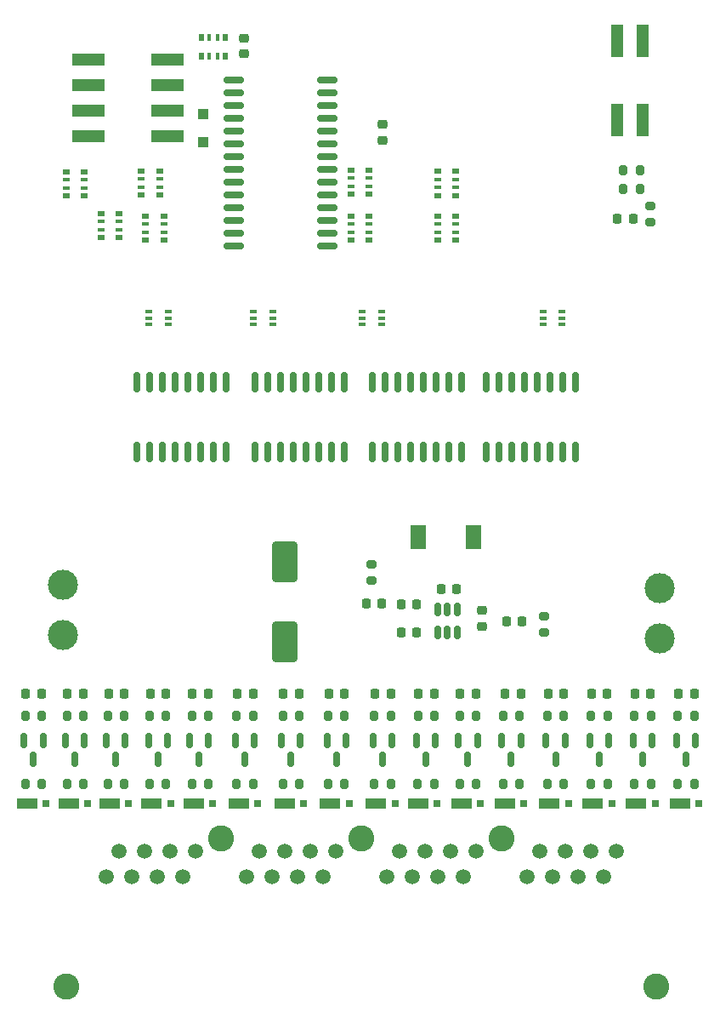
<source format=gbr>
%TF.GenerationSoftware,KiCad,Pcbnew,(6.0.9)*%
%TF.CreationDate,2023-11-05T17:37:45+05:30*%
%TF.ProjectId,Modular-I2C-4PxRJ45-Relay-Driver,4d6f6475-6c61-4722-9d49-32432d345078,2*%
%TF.SameCoordinates,Original*%
%TF.FileFunction,Paste,Top*%
%TF.FilePolarity,Positive*%
%FSLAX46Y46*%
G04 Gerber Fmt 4.6, Leading zero omitted, Abs format (unit mm)*
G04 Created by KiCad (PCBNEW (6.0.9)) date 2023-11-05 17:37:45*
%MOMM*%
%LPD*%
G01*
G04 APERTURE LIST*
G04 Aperture macros list*
%AMRoundRect*
0 Rectangle with rounded corners*
0 $1 Rounding radius*
0 $2 $3 $4 $5 $6 $7 $8 $9 X,Y pos of 4 corners*
0 Add a 4 corners polygon primitive as box body*
4,1,4,$2,$3,$4,$5,$6,$7,$8,$9,$2,$3,0*
0 Add four circle primitives for the rounded corners*
1,1,$1+$1,$2,$3*
1,1,$1+$1,$4,$5*
1,1,$1+$1,$6,$7*
1,1,$1+$1,$8,$9*
0 Add four rect primitives between the rounded corners*
20,1,$1+$1,$2,$3,$4,$5,0*
20,1,$1+$1,$4,$5,$6,$7,0*
20,1,$1+$1,$6,$7,$8,$9,0*
20,1,$1+$1,$8,$9,$2,$3,0*%
G04 Aperture macros list end*
%ADD10RoundRect,0.218750X0.218750X0.256250X-0.218750X0.256250X-0.218750X-0.256250X0.218750X-0.256250X0*%
%ADD11RoundRect,0.200000X-0.200000X-0.275000X0.200000X-0.275000X0.200000X0.275000X-0.200000X0.275000X0*%
%ADD12R,2.000000X1.100000*%
%ADD13R,0.800000X0.800000*%
%ADD14RoundRect,0.150000X-0.150000X0.837500X-0.150000X-0.837500X0.150000X-0.837500X0.150000X0.837500X0*%
%ADD15R,0.650000X0.400000*%
%ADD16RoundRect,0.150000X-0.150000X0.587500X-0.150000X-0.587500X0.150000X-0.587500X0.150000X0.587500X0*%
%ADD17C,3.000000*%
%ADD18R,0.800000X0.500000*%
%ADD19R,0.800000X0.400000*%
%ADD20RoundRect,0.200000X-0.275000X0.200000X-0.275000X-0.200000X0.275000X-0.200000X0.275000X0.200000X0*%
%ADD21RoundRect,0.218750X-0.218750X-0.256250X0.218750X-0.256250X0.218750X0.256250X-0.218750X0.256250X0*%
%ADD22RoundRect,0.225000X0.250000X-0.225000X0.250000X0.225000X-0.250000X0.225000X-0.250000X-0.225000X0*%
%ADD23R,0.500000X0.800000*%
%ADD24R,0.400000X0.800000*%
%ADD25RoundRect,0.225000X-0.250000X0.225000X-0.250000X-0.225000X0.250000X-0.225000X0.250000X0.225000X0*%
%ADD26RoundRect,0.200000X0.200000X0.275000X-0.200000X0.275000X-0.200000X-0.275000X0.200000X-0.275000X0*%
%ADD27RoundRect,0.150000X0.150000X-0.512500X0.150000X0.512500X-0.150000X0.512500X-0.150000X-0.512500X0*%
%ADD28RoundRect,0.225000X-0.225000X-0.250000X0.225000X-0.250000X0.225000X0.250000X-0.225000X0.250000X0*%
%ADD29R,1.500000X2.400000*%
%ADD30RoundRect,0.250000X1.000000X-1.750000X1.000000X1.750000X-1.000000X1.750000X-1.000000X-1.750000X0*%
%ADD31RoundRect,0.150000X0.875000X0.150000X-0.875000X0.150000X-0.875000X-0.150000X0.875000X-0.150000X0*%
%ADD32R,1.200000X3.300000*%
%ADD33R,3.300000X1.200000*%
%ADD34RoundRect,0.225000X0.225000X0.250000X-0.225000X0.250000X-0.225000X-0.250000X0.225000X-0.250000X0*%
%ADD35RoundRect,0.200000X0.275000X-0.200000X0.275000X0.200000X-0.275000X0.200000X-0.275000X-0.200000X0*%
%ADD36R,1.100000X1.100000*%
%ADD37C,1.500000*%
%ADD38C,2.600000*%
G04 APERTURE END LIST*
D10*
%TO.C,LED56*%
X118836500Y-68519000D03*
X117261500Y-68519000D03*
%TD*%
D11*
%TO.C,TH59*%
X130893000Y-77468400D03*
X132543000Y-77468400D03*
%TD*%
D12*
%TO.C,D57*%
X121982150Y-79441000D03*
D13*
X123882150Y-79441000D03*
%TD*%
D12*
%TO.C,D61*%
X139607000Y-79441000D03*
D13*
X141507000Y-79441000D03*
%TD*%
D14*
%TO.C,U5*%
X139639000Y-37497500D03*
X138369000Y-37497500D03*
X137099000Y-37497500D03*
X135829000Y-37497500D03*
X134559000Y-37497500D03*
X133289000Y-37497500D03*
X132019000Y-37497500D03*
X130749000Y-37497500D03*
X130749000Y-44422500D03*
X132019000Y-44422500D03*
X133289000Y-44422500D03*
X134559000Y-44422500D03*
X135829000Y-44422500D03*
X137099000Y-44422500D03*
X138369000Y-44422500D03*
X139639000Y-44422500D03*
%TD*%
D10*
%TO.C,LED66*%
X162767300Y-68519000D03*
X161192300Y-68519000D03*
%TD*%
D15*
%TO.C,D8*%
X108463000Y-30473800D03*
X108463000Y-31123800D03*
X108463000Y-31773800D03*
X110363000Y-31773800D03*
X110363000Y-31123800D03*
X110363000Y-30473800D03*
%TD*%
D14*
%TO.C,U4*%
X127955000Y-37497500D03*
X126685000Y-37497500D03*
X125415000Y-37497500D03*
X124145000Y-37497500D03*
X122875000Y-37497500D03*
X121605000Y-37497500D03*
X120335000Y-37497500D03*
X119065000Y-37497500D03*
X119065000Y-44422500D03*
X120335000Y-44422500D03*
X121605000Y-44422500D03*
X122875000Y-44422500D03*
X124145000Y-44422500D03*
X125415000Y-44422500D03*
X126685000Y-44422500D03*
X127955000Y-44422500D03*
%TD*%
D12*
%TO.C,D63*%
X148339300Y-79441000D03*
D13*
X150239300Y-79441000D03*
%TD*%
D10*
%TO.C,LED60*%
X136881800Y-68519000D03*
X135306800Y-68519000D03*
%TD*%
%TO.C,D3*%
X145633500Y-61330800D03*
X144058500Y-61330800D03*
%TD*%
D11*
%TO.C,R58*%
X126313500Y-70721700D03*
X127963500Y-70721700D03*
%TD*%
D16*
%TO.C,Q54*%
X110308500Y-73169500D03*
X108408500Y-73169500D03*
X109358500Y-75044500D03*
%TD*%
D15*
%TO.C,D7*%
X147699350Y-30473800D03*
X147699350Y-31123800D03*
X147699350Y-31773800D03*
X149599350Y-31773800D03*
X149599350Y-31123800D03*
X149599350Y-30473800D03*
%TD*%
D11*
%TO.C,TH54*%
X108533500Y-77468400D03*
X110183500Y-77468400D03*
%TD*%
D10*
%TO.C,LED55*%
X114357000Y-68519000D03*
X112782000Y-68519000D03*
%TD*%
D11*
%TO.C,TH61*%
X139409500Y-77468400D03*
X141059500Y-77468400D03*
%TD*%
D10*
%TO.C,LED58*%
X127946000Y-68519000D03*
X126371000Y-68519000D03*
%TD*%
D11*
%TO.C,R61*%
X139417000Y-70721700D03*
X141067000Y-70721700D03*
%TD*%
D16*
%TO.C,Q53*%
X106117500Y-73155262D03*
X104217500Y-73155262D03*
X105167500Y-75030262D03*
%TD*%
%TO.C,Q63*%
X149916800Y-73169500D03*
X148016800Y-73169500D03*
X148966800Y-75044500D03*
%TD*%
D10*
%TO.C,LED63*%
X149781800Y-68519000D03*
X148206800Y-68519000D03*
%TD*%
%TO.C,LED65*%
X158441000Y-68519000D03*
X156866000Y-68519000D03*
%TD*%
D17*
%TO.C,J4*%
X159367900Y-62966200D03*
X159367900Y-57968200D03*
%TD*%
D18*
%TO.C,RN9*%
X103687000Y-20710000D03*
D19*
X103687000Y-21510000D03*
X103687000Y-22310000D03*
D18*
X103687000Y-23110000D03*
X105487000Y-23110000D03*
D19*
X105487000Y-22310000D03*
X105487000Y-21510000D03*
D18*
X105487000Y-20710000D03*
%TD*%
D20*
%TO.C,R5*%
X147843200Y-60759800D03*
X147843200Y-62409800D03*
%TD*%
D21*
%TO.C,D2*%
X130088500Y-59552800D03*
X131663500Y-59552800D03*
%TD*%
D22*
%TO.C,C1*%
X117922000Y-4847800D03*
X117922000Y-3297800D03*
%TD*%
D23*
%TO.C,RN1*%
X116074000Y-3230000D03*
D24*
X115274000Y-3230000D03*
X114474000Y-3230000D03*
D23*
X113674000Y-3230000D03*
X113674000Y-5030000D03*
D24*
X114474000Y-5030000D03*
X115274000Y-5030000D03*
D23*
X116074000Y-5030000D03*
%TD*%
D12*
%TO.C,D64*%
X152680500Y-79441000D03*
D13*
X154580500Y-79441000D03*
%TD*%
D25*
%TO.C,C9*%
X141607200Y-60225000D03*
X141607200Y-61775000D03*
%TD*%
D26*
%TO.C,R4*%
X157348350Y-16396300D03*
X155698350Y-16396300D03*
%TD*%
D11*
%TO.C,R60*%
X135249300Y-70721700D03*
X136899300Y-70721700D03*
%TD*%
D10*
%TO.C,LED57*%
X123408500Y-68519000D03*
X121833500Y-68519000D03*
%TD*%
D18*
%TO.C,RN7*%
X100251350Y-16588800D03*
D19*
X100251350Y-17388800D03*
X100251350Y-18188800D03*
D18*
X100251350Y-18988800D03*
X102051350Y-18988800D03*
D19*
X102051350Y-18188800D03*
X102051350Y-17388800D03*
D18*
X102051350Y-16588800D03*
%TD*%
D27*
%TO.C,U2*%
X137241200Y-62404500D03*
X138191200Y-62404500D03*
X139141200Y-62404500D03*
X139141200Y-60129500D03*
X138191200Y-60129500D03*
X137241200Y-60129500D03*
%TD*%
D12*
%TO.C,D53*%
X104540000Y-79441000D03*
D13*
X106440000Y-79441000D03*
%TD*%
D11*
%TO.C,TH60*%
X135241800Y-77468400D03*
X136891800Y-77468400D03*
%TD*%
D28*
%TO.C,C7*%
X133606200Y-59616000D03*
X135156200Y-59616000D03*
%TD*%
%TO.C,C8*%
X133593200Y-62410000D03*
X135143200Y-62410000D03*
%TD*%
D11*
%TO.C,R53*%
X104342500Y-70721700D03*
X105992500Y-70721700D03*
%TD*%
D15*
%TO.C,D6*%
X129731350Y-30458800D03*
X129731350Y-31108800D03*
X129731350Y-31758800D03*
X131631350Y-31758800D03*
X131631350Y-31108800D03*
X131631350Y-30458800D03*
%TD*%
D11*
%TO.C,TH56*%
X117210500Y-77468400D03*
X118860500Y-77468400D03*
%TD*%
D10*
%TO.C,LED53*%
X106009500Y-68519000D03*
X104434500Y-68519000D03*
%TD*%
D18*
%TO.C,RN16*%
X107708350Y-16502800D03*
D19*
X107708350Y-17302800D03*
X107708350Y-18102800D03*
D18*
X107708350Y-18902800D03*
X109508350Y-18902800D03*
D19*
X109508350Y-18102800D03*
X109508350Y-17302800D03*
D18*
X109508350Y-16502800D03*
%TD*%
D14*
%TO.C,U3*%
X116144000Y-37497500D03*
X114874000Y-37497500D03*
X113604000Y-37497500D03*
X112334000Y-37497500D03*
X111064000Y-37497500D03*
X109794000Y-37497500D03*
X108524000Y-37497500D03*
X107254000Y-37497500D03*
X107254000Y-44422500D03*
X108524000Y-44422500D03*
X109794000Y-44422500D03*
X111064000Y-44422500D03*
X112334000Y-44422500D03*
X113604000Y-44422500D03*
X114874000Y-44422500D03*
X116144000Y-44422500D03*
%TD*%
D16*
%TO.C,Q58*%
X128088500Y-73169500D03*
X126188500Y-73169500D03*
X127138500Y-75044500D03*
%TD*%
D11*
%TO.C,R51*%
X96142000Y-70721700D03*
X97792000Y-70721700D03*
%TD*%
%TO.C,TH53*%
X104342500Y-77468400D03*
X105992500Y-77468400D03*
%TD*%
D10*
%TO.C,LED61*%
X141049500Y-68519000D03*
X139474500Y-68519000D03*
%TD*%
%TO.C,LED64*%
X154123000Y-68519000D03*
X152548000Y-68519000D03*
%TD*%
D29*
%TO.C,L1*%
X140801200Y-52885000D03*
X135301200Y-52885000D03*
%TD*%
D11*
%TO.C,R54*%
X108533500Y-70721700D03*
X110183500Y-70721700D03*
%TD*%
%TO.C,TH57*%
X121784650Y-77468400D03*
X123434650Y-77468400D03*
%TD*%
D12*
%TO.C,D55*%
X112922000Y-79441000D03*
D13*
X114822000Y-79441000D03*
%TD*%
D10*
%TO.C,LED52*%
X101911000Y-68519000D03*
X100336000Y-68519000D03*
%TD*%
D11*
%TO.C,R65*%
X156808500Y-70721700D03*
X158458500Y-70721700D03*
%TD*%
%TO.C,TH66*%
X161127300Y-77468400D03*
X162777300Y-77468400D03*
%TD*%
D30*
%TO.C,C5*%
X121986000Y-63349600D03*
X121986000Y-55349600D03*
%TD*%
D18*
%TO.C,RN15*%
X130379000Y-18792000D03*
D19*
X130379000Y-17992000D03*
X130379000Y-17192000D03*
D18*
X130379000Y-16392000D03*
X128579000Y-16392000D03*
D19*
X128579000Y-17192000D03*
X128579000Y-17992000D03*
D18*
X128579000Y-18792000D03*
%TD*%
D11*
%TO.C,TH55*%
X112724500Y-77468400D03*
X114374500Y-77468400D03*
%TD*%
%TO.C,TH58*%
X126313500Y-77468400D03*
X127963500Y-77468400D03*
%TD*%
%TO.C,R56*%
X117210500Y-70721700D03*
X118860500Y-70721700D03*
%TD*%
D26*
%TO.C,R3*%
X157348350Y-18301300D03*
X155698350Y-18301300D03*
%TD*%
D10*
%TO.C,LED59*%
X132552500Y-68519000D03*
X130977500Y-68519000D03*
%TD*%
D16*
%TO.C,Q65*%
X158576000Y-73169500D03*
X156676000Y-73169500D03*
X157626000Y-75044500D03*
%TD*%
D10*
%TO.C,LED51*%
X97774500Y-68519000D03*
X96199500Y-68519000D03*
%TD*%
%TO.C,D4*%
X156682500Y-21275000D03*
X155107500Y-21275000D03*
%TD*%
D11*
%TO.C,TH62*%
X143720000Y-77468400D03*
X145370000Y-77468400D03*
%TD*%
%TO.C,TH63*%
X148141800Y-77468400D03*
X149791800Y-77468400D03*
%TD*%
%TO.C,R64*%
X152490500Y-70721700D03*
X154140500Y-70721700D03*
%TD*%
D12*
%TO.C,D58*%
X126511000Y-79441000D03*
D13*
X128411000Y-79441000D03*
%TD*%
D11*
%TO.C,R62*%
X143727500Y-70721700D03*
X145377500Y-70721700D03*
%TD*%
D18*
%TO.C,RN5*%
X139015000Y-18919000D03*
D19*
X139015000Y-18119000D03*
X139015000Y-17319000D03*
D18*
X139015000Y-16519000D03*
X137215000Y-16519000D03*
D19*
X137215000Y-17319000D03*
X137215000Y-18119000D03*
D18*
X137215000Y-18919000D03*
%TD*%
D12*
%TO.C,D65*%
X156998500Y-79441000D03*
D13*
X158898500Y-79441000D03*
%TD*%
D12*
%TO.C,D60*%
X135290500Y-79441000D03*
D13*
X137190500Y-79441000D03*
%TD*%
D16*
%TO.C,Q57*%
X123559650Y-73169500D03*
X121659650Y-73169500D03*
X122609650Y-75044500D03*
%TD*%
D12*
%TO.C,D52*%
X100476000Y-79441000D03*
D13*
X102376000Y-79441000D03*
%TD*%
D11*
%TO.C,R66*%
X161134800Y-70721700D03*
X162784800Y-70721700D03*
%TD*%
D16*
%TO.C,Q61*%
X141184500Y-73169500D03*
X139284500Y-73169500D03*
X140234500Y-75044500D03*
%TD*%
D31*
%TO.C,U1*%
X126255000Y-23942000D03*
X126255000Y-22672000D03*
X126255000Y-21402000D03*
X126255000Y-20132000D03*
X126255000Y-18862000D03*
X126255000Y-17592000D03*
X126255000Y-16322000D03*
X126255000Y-15052000D03*
X126255000Y-13782000D03*
X126255000Y-12512000D03*
X126255000Y-11242000D03*
X126255000Y-9972000D03*
X126255000Y-8702000D03*
X126255000Y-7432000D03*
X116955000Y-7432000D03*
X116955000Y-8702000D03*
X116955000Y-9972000D03*
X116955000Y-11242000D03*
X116955000Y-12512000D03*
X116955000Y-13782000D03*
X116955000Y-15052000D03*
X116955000Y-16322000D03*
X116955000Y-17592000D03*
X116955000Y-18862000D03*
X116955000Y-20132000D03*
X116955000Y-21402000D03*
X116955000Y-22672000D03*
X116955000Y-23942000D03*
%TD*%
D12*
%TO.C,D54*%
X108731000Y-79441000D03*
D13*
X110631000Y-79441000D03*
%TD*%
D11*
%TO.C,R57*%
X121784650Y-70721700D03*
X123434650Y-70721700D03*
%TD*%
%TO.C,R59*%
X130900500Y-70721700D03*
X132550500Y-70721700D03*
%TD*%
D16*
%TO.C,Q60*%
X137016800Y-73169500D03*
X135116800Y-73169500D03*
X136066800Y-75044500D03*
%TD*%
D18*
%TO.C,RN3*%
X139015000Y-23364000D03*
D19*
X139015000Y-22564000D03*
X139015000Y-21764000D03*
D18*
X139015000Y-20964000D03*
X137215000Y-20964000D03*
D19*
X137215000Y-21764000D03*
X137215000Y-22564000D03*
D18*
X137215000Y-23364000D03*
%TD*%
%TO.C,RN11*%
X130379000Y-23364000D03*
D19*
X130379000Y-22564000D03*
X130379000Y-21764000D03*
D18*
X130379000Y-20964000D03*
X128579000Y-20964000D03*
D19*
X128579000Y-21764000D03*
X128579000Y-22564000D03*
D18*
X128579000Y-23364000D03*
%TD*%
D16*
%TO.C,Q52*%
X102053500Y-73169500D03*
X100153500Y-73169500D03*
X101103500Y-75044500D03*
%TD*%
%TO.C,Q59*%
X132668000Y-73169500D03*
X130768000Y-73169500D03*
X131718000Y-75044500D03*
%TD*%
%TO.C,Q56*%
X118985500Y-73169500D03*
X117085500Y-73169500D03*
X118035500Y-75044500D03*
%TD*%
D11*
%TO.C,R55*%
X112724500Y-70721700D03*
X114374500Y-70721700D03*
%TD*%
%TO.C,TH51*%
X96142000Y-77468400D03*
X97792000Y-77468400D03*
%TD*%
D17*
%TO.C,J3*%
X99894900Y-57630400D03*
X99894900Y-62628400D03*
%TD*%
D11*
%TO.C,R52*%
X100278500Y-70721700D03*
X101928500Y-70721700D03*
%TD*%
D32*
%TO.C,SW5*%
X155133000Y-11456300D03*
X157673000Y-11456300D03*
X157673000Y-3556300D03*
X155133000Y-3556300D03*
%TD*%
D14*
%TO.C,U6*%
X150942000Y-37497500D03*
X149672000Y-37497500D03*
X148402000Y-37497500D03*
X147132000Y-37497500D03*
X145862000Y-37497500D03*
X144592000Y-37497500D03*
X143322000Y-37497500D03*
X142052000Y-37497500D03*
X142052000Y-44422500D03*
X143322000Y-44422500D03*
X144592000Y-44422500D03*
X145862000Y-44422500D03*
X147132000Y-44422500D03*
X148402000Y-44422500D03*
X149672000Y-44422500D03*
X150942000Y-44422500D03*
%TD*%
D18*
%TO.C,RN12*%
X108132000Y-20964000D03*
D19*
X108132000Y-21764000D03*
X108132000Y-22564000D03*
D18*
X108132000Y-23364000D03*
X109932000Y-23364000D03*
D19*
X109932000Y-22564000D03*
X109932000Y-21764000D03*
D18*
X109932000Y-20964000D03*
%TD*%
D16*
%TO.C,Q62*%
X145495000Y-73169500D03*
X143595000Y-73169500D03*
X144545000Y-75044500D03*
%TD*%
D33*
%TO.C,SW1*%
X102415000Y-5400000D03*
X102415000Y-7940000D03*
X102415000Y-10480000D03*
X102415000Y-13020000D03*
X110315000Y-13020000D03*
X110315000Y-10480000D03*
X110315000Y-7940000D03*
X110315000Y-5400000D03*
%TD*%
D12*
%TO.C,D59*%
X131090500Y-79441000D03*
D13*
X132990500Y-79441000D03*
%TD*%
D12*
%TO.C,D56*%
X117408000Y-79441000D03*
D13*
X119308000Y-79441000D03*
%TD*%
D34*
%TO.C,C6*%
X139093200Y-58092000D03*
X137543200Y-58092000D03*
%TD*%
D16*
%TO.C,Q55*%
X114372500Y-73169500D03*
X112472500Y-73169500D03*
X113422500Y-75044500D03*
%TD*%
D35*
%TO.C,R6*%
X158435000Y-21592000D03*
X158435000Y-19942000D03*
%TD*%
D11*
%TO.C,R63*%
X148149300Y-70721700D03*
X149799300Y-70721700D03*
%TD*%
D10*
%TO.C,LED62*%
X145506500Y-68519000D03*
X143931500Y-68519000D03*
%TD*%
D16*
%TO.C,Q51*%
X97917000Y-73169500D03*
X96017000Y-73169500D03*
X96967000Y-75044500D03*
%TD*%
D36*
%TO.C,D1*%
X113858000Y-13658000D03*
X113858000Y-10858000D03*
%TD*%
D37*
%TO.C,RJ45-1*%
X104206000Y-86692500D03*
X105476000Y-84152500D03*
X106746000Y-86692500D03*
X108016000Y-84152500D03*
X109286000Y-86692500D03*
X110556000Y-84152500D03*
X111826000Y-86692500D03*
X113096000Y-84152500D03*
X118176000Y-86692500D03*
X119446000Y-84152500D03*
X120716000Y-86692500D03*
X121986000Y-84152500D03*
X123256000Y-86692500D03*
X124526000Y-84152500D03*
X125796000Y-86692500D03*
X127066000Y-84152500D03*
X132146000Y-86692500D03*
X133416000Y-84152500D03*
X134686000Y-86692500D03*
X135956000Y-84152500D03*
X137226000Y-86692500D03*
X138496000Y-84152500D03*
X139766000Y-86692500D03*
X141036000Y-84152500D03*
X146116000Y-86692500D03*
X147386000Y-84152500D03*
X148656000Y-86692500D03*
X149926000Y-84152500D03*
X151196000Y-86692500D03*
X152466000Y-84152500D03*
X153736000Y-86692500D03*
X155006000Y-84152500D03*
D38*
X143576000Y-82882500D03*
X159006000Y-97612500D03*
X100206000Y-97612500D03*
X129606000Y-82882500D03*
X115636000Y-82882500D03*
%TD*%
D25*
%TO.C,C3*%
X131765000Y-11864000D03*
X131765000Y-13414000D03*
%TD*%
D10*
%TO.C,LED54*%
X110166000Y-68519000D03*
X108591000Y-68519000D03*
%TD*%
D20*
%TO.C,R1*%
X130622000Y-55578200D03*
X130622000Y-57228200D03*
%TD*%
D11*
%TO.C,TH65*%
X156801000Y-77468400D03*
X158451000Y-77468400D03*
%TD*%
D16*
%TO.C,Q66*%
X162902300Y-73169500D03*
X161002300Y-73169500D03*
X161952300Y-75044500D03*
%TD*%
D12*
%TO.C,D51*%
X96339500Y-79441000D03*
D13*
X98239500Y-79441000D03*
%TD*%
D11*
%TO.C,TH52*%
X100278500Y-77468400D03*
X101928500Y-77468400D03*
%TD*%
%TO.C,TH64*%
X152483000Y-77468400D03*
X154133000Y-77468400D03*
%TD*%
D12*
%TO.C,D66*%
X161324800Y-79441000D03*
D13*
X163224800Y-79441000D03*
%TD*%
D12*
%TO.C,D62*%
X143917500Y-79441000D03*
D13*
X145817500Y-79441000D03*
%TD*%
D15*
%TO.C,D5*%
X118870350Y-30473800D03*
X118870350Y-31123800D03*
X118870350Y-31773800D03*
X120770350Y-31773800D03*
X120770350Y-31123800D03*
X120770350Y-30473800D03*
%TD*%
D16*
%TO.C,Q64*%
X154258000Y-73169500D03*
X152358000Y-73169500D03*
X153308000Y-75044500D03*
%TD*%
M02*

</source>
